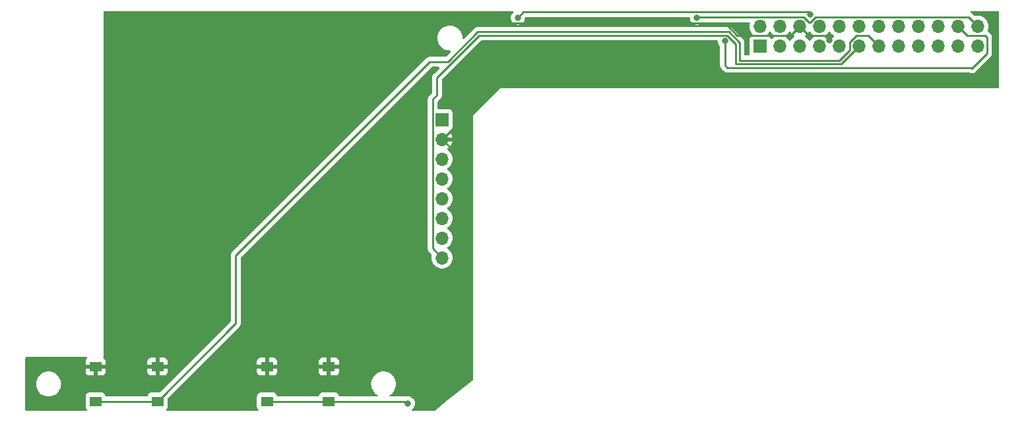
<source format=gbl>
G04 #@! TF.GenerationSoftware,KiCad,Pcbnew,7.0.9-7.0.9~ubuntu20.04.1*
G04 #@! TF.CreationDate,2024-03-01T12:09:35-07:00*
G04 #@! TF.ProjectId,lcdandbuttonboard,6c636461-6e64-4627-9574-746f6e626f61,rev?*
G04 #@! TF.SameCoordinates,Original*
G04 #@! TF.FileFunction,Copper,L2,Bot*
G04 #@! TF.FilePolarity,Positive*
%FSLAX46Y46*%
G04 Gerber Fmt 4.6, Leading zero omitted, Abs format (unit mm)*
G04 Created by KiCad (PCBNEW 7.0.9-7.0.9~ubuntu20.04.1) date 2024-03-01 12:09:35*
%MOMM*%
%LPD*%
G01*
G04 APERTURE LIST*
G04 #@! TA.AperFunction,ComponentPad*
%ADD10R,1.700000X1.700000*%
G04 #@! TD*
G04 #@! TA.AperFunction,ComponentPad*
%ADD11O,1.700000X1.700000*%
G04 #@! TD*
G04 #@! TA.AperFunction,SMDPad,CuDef*
%ADD12R,1.550000X1.300000*%
G04 #@! TD*
G04 #@! TA.AperFunction,ViaPad*
%ADD13C,0.800000*%
G04 #@! TD*
G04 #@! TA.AperFunction,Conductor*
%ADD14C,0.250000*%
G04 #@! TD*
G04 APERTURE END LIST*
D10*
X141500000Y-64000000D03*
D11*
X141500000Y-66540000D03*
X141500000Y-69080000D03*
X141500000Y-71620000D03*
X141500000Y-74160000D03*
X141500000Y-76700000D03*
X141500000Y-79240000D03*
X141500000Y-81780000D03*
D10*
X182300000Y-54540000D03*
D11*
X182300000Y-52000000D03*
X184840000Y-54540000D03*
X184840000Y-52000000D03*
X187380000Y-54540000D03*
X187380000Y-52000000D03*
X189920000Y-54540000D03*
X189920000Y-52000000D03*
X192460000Y-54540000D03*
X192460000Y-52000000D03*
X195000000Y-54540000D03*
X195000000Y-52000000D03*
X197540000Y-54540000D03*
X197540000Y-52000000D03*
X200080000Y-54540000D03*
X200080000Y-52000000D03*
X202620000Y-54540000D03*
X202620000Y-52000000D03*
X205160000Y-54540000D03*
X205160000Y-52000000D03*
X207700000Y-54540000D03*
X207700000Y-52000000D03*
X210240000Y-54540000D03*
X210240000Y-52000000D03*
D12*
X97025000Y-100250000D03*
X104975000Y-100250000D03*
X97025000Y-95750000D03*
X104975000Y-95750000D03*
X119025000Y-100250000D03*
X126975000Y-100250000D03*
X119025000Y-95750000D03*
X126975000Y-95750000D03*
D13*
X131300000Y-93400000D03*
X135400000Y-51400000D03*
X100200000Y-86300000D03*
X191219012Y-53790996D03*
X94300000Y-96000000D03*
X153700000Y-55300000D03*
X171800000Y-56900000D03*
X140600000Y-85100000D03*
X145200000Y-51200000D03*
X175300000Y-56700000D03*
X160400000Y-55500000D03*
X128100000Y-90400000D03*
X99900000Y-93300000D03*
X123000000Y-51500000D03*
X139700000Y-51400000D03*
X165300000Y-56200000D03*
X110700000Y-51200000D03*
X100000000Y-76800000D03*
X101300000Y-56000000D03*
X136600000Y-93400000D03*
X100300000Y-69200000D03*
X99900000Y-89900000D03*
X103100000Y-53200000D03*
X94700000Y-99800000D03*
X118900000Y-51400000D03*
X100400000Y-82100000D03*
X106500000Y-51600000D03*
X99600000Y-73300000D03*
X134500000Y-51000000D03*
X168900000Y-56500000D03*
X137400000Y-84200000D03*
X137000000Y-86400000D03*
X99700000Y-62400000D03*
X156200000Y-56000000D03*
X129100000Y-51300000D03*
X136700000Y-89800000D03*
X148200000Y-51200000D03*
X115000000Y-51400000D03*
X174200000Y-50900000D03*
X177800000Y-53899500D03*
X151226480Y-50899500D03*
X188700000Y-50500000D03*
X137100000Y-100500000D03*
D14*
X137400000Y-84200000D02*
X139700000Y-84200000D01*
X110700000Y-51200000D02*
X106900000Y-51200000D01*
X94700000Y-96400000D02*
X94700000Y-99800000D01*
X103100000Y-53200000D02*
X103100000Y-54200000D01*
X129100000Y-51300000D02*
X128900000Y-51500000D01*
X136700000Y-93300000D02*
X136600000Y-93400000D01*
X118900000Y-51400000D02*
X115000000Y-51400000D01*
X175300000Y-56700000D02*
X175100000Y-56900000D01*
X99700000Y-62400000D02*
X99700000Y-68600000D01*
X144100000Y-69140000D02*
X144100000Y-86200000D01*
X128900000Y-51500000D02*
X123000000Y-51500000D01*
X139700000Y-84200000D02*
X140600000Y-85100000D01*
X165600000Y-56500000D02*
X165300000Y-56200000D01*
X153700000Y-55300000D02*
X152740000Y-55300000D01*
X186180000Y-53200000D02*
X187380000Y-52000000D01*
X137200000Y-86200000D02*
X137000000Y-86400000D01*
X99600000Y-76400000D02*
X100000000Y-76800000D01*
X187380000Y-52000000D02*
X188555000Y-53175000D01*
X160400000Y-55500000D02*
X156700000Y-55500000D01*
X148625000Y-51625000D02*
X177823597Y-51625000D01*
X152740000Y-55300000D02*
X141500000Y-66540000D01*
X179373597Y-53175000D02*
X186075000Y-53175000D01*
X144100000Y-86200000D02*
X137200000Y-86200000D01*
X103100000Y-54200000D02*
X101300000Y-56000000D01*
X148200000Y-51200000D02*
X148625000Y-51625000D01*
X100400000Y-82100000D02*
X100400000Y-86100000D01*
X100400000Y-86100000D02*
X100200000Y-86300000D01*
X156700000Y-55500000D02*
X156200000Y-56000000D01*
X139900000Y-51200000D02*
X139700000Y-51400000D01*
X99600000Y-73300000D02*
X99600000Y-76400000D01*
X186075000Y-53175000D02*
X186100000Y-53200000D01*
X145200000Y-51200000D02*
X139900000Y-51200000D01*
X136700000Y-89800000D02*
X136700000Y-93300000D01*
X177823597Y-51625000D02*
X179373597Y-53175000D01*
X128300000Y-90400000D02*
X128100000Y-90400000D01*
X175100000Y-56900000D02*
X171800000Y-56900000D01*
X135400000Y-51400000D02*
X134900000Y-51400000D01*
X190603016Y-53175000D02*
X191219012Y-53790996D01*
X186100000Y-53200000D02*
X186180000Y-53200000D01*
X168900000Y-56500000D02*
X165600000Y-56500000D01*
X99900000Y-89900000D02*
X99900000Y-93300000D01*
X141500000Y-66540000D02*
X144100000Y-69140000D01*
X106900000Y-51200000D02*
X106500000Y-51600000D01*
X99700000Y-68600000D02*
X100300000Y-69200000D01*
X134900000Y-51400000D02*
X134500000Y-51000000D01*
X94300000Y-96000000D02*
X94700000Y-96400000D01*
X188555000Y-53175000D02*
X190603016Y-53175000D01*
X131300000Y-93400000D02*
X128300000Y-90400000D01*
X189433299Y-50825000D02*
X188745000Y-51513299D01*
X188745000Y-51513299D02*
X188555000Y-51513299D01*
X209065000Y-50825000D02*
X189433299Y-50825000D01*
X188555000Y-51513299D02*
X187866701Y-50825000D01*
X187866701Y-50825000D02*
X174275000Y-50825000D01*
X174275000Y-50825000D02*
X174200000Y-50900000D01*
X210240000Y-52000000D02*
X209065000Y-50825000D01*
X208875000Y-53175000D02*
X207700000Y-52000000D01*
X177800000Y-57000000D02*
X178100000Y-57300000D01*
X211415000Y-53415000D02*
X211175000Y-53175000D01*
X178100000Y-57300000D02*
X209400000Y-57300000D01*
X209400000Y-57300000D02*
X209500000Y-57400000D01*
X211175000Y-53175000D02*
X208875000Y-53175000D01*
X211415000Y-55485000D02*
X211415000Y-53415000D01*
X177800000Y-53899500D02*
X177800000Y-57000000D01*
X209500000Y-57400000D02*
X211415000Y-55485000D01*
X140300000Y-80580000D02*
X141500000Y-81780000D01*
X179200000Y-56850000D02*
X179200000Y-54274195D01*
X140850000Y-58586396D02*
X140850000Y-60850000D01*
X140300000Y-61400000D02*
X140300000Y-80580000D01*
X178100805Y-53175000D02*
X146261396Y-53175000D01*
X192690000Y-56850000D02*
X179200000Y-56850000D01*
X195000000Y-54540000D02*
X192690000Y-56850000D01*
X140850000Y-60850000D02*
X140300000Y-61400000D01*
X146261396Y-53175000D02*
X140850000Y-58586396D01*
X179200000Y-54274195D02*
X178100805Y-53175000D01*
X188700000Y-50400000D02*
X188475000Y-50175000D01*
X136850000Y-100250000D02*
X126975000Y-100250000D01*
X188700000Y-50500000D02*
X188375000Y-50175000D01*
X126975000Y-100250000D02*
X119025000Y-100250000D01*
X137100000Y-100500000D02*
X136850000Y-100250000D01*
X188375000Y-50175000D02*
X151950980Y-50175000D01*
X151950980Y-50175000D02*
X151226480Y-50899500D01*
X97025000Y-100250000D02*
X104975000Y-100250000D01*
X115000000Y-90225000D02*
X115000000Y-81474695D01*
X179650000Y-54087799D02*
X179650000Y-56400000D01*
X115000000Y-81474695D02*
X139899695Y-56575000D01*
X179650000Y-56400000D02*
X192451701Y-56400000D01*
X192451701Y-56400000D02*
X193825000Y-55026701D01*
X104975000Y-100250000D02*
X115000000Y-90225000D01*
X178287201Y-52725000D02*
X179650000Y-54087799D01*
X196175000Y-53175000D02*
X197540000Y-54540000D01*
X139899695Y-56575000D02*
X142225000Y-56575000D01*
X193825000Y-54053299D02*
X194703299Y-53175000D01*
X146075000Y-52725000D02*
X178287201Y-52725000D01*
X193825000Y-55026701D02*
X193825000Y-54053299D01*
X194703299Y-53175000D02*
X196175000Y-53175000D01*
X142225000Y-56575000D02*
X146075000Y-52725000D01*
G04 #@! TA.AperFunction,Conductor*
G36*
X150576046Y-50045502D02*
G01*
X150622539Y-50099158D01*
X150632643Y-50169432D01*
X150603149Y-50234012D01*
X150601562Y-50235810D01*
X150487441Y-50362554D01*
X150487438Y-50362558D01*
X150391956Y-50527938D01*
X150391953Y-50527945D01*
X150332937Y-50709572D01*
X150312976Y-50899500D01*
X150332937Y-51089427D01*
X150333100Y-51089928D01*
X150391953Y-51271056D01*
X150391956Y-51271061D01*
X150487438Y-51436441D01*
X150487445Y-51436451D01*
X150615224Y-51578364D01*
X150615227Y-51578366D01*
X150769728Y-51690618D01*
X150944192Y-51768294D01*
X151130993Y-51808000D01*
X151321967Y-51808000D01*
X151508768Y-51768294D01*
X151683232Y-51690618D01*
X151837733Y-51578366D01*
X151856623Y-51557387D01*
X151965514Y-51436451D01*
X151965515Y-51436449D01*
X151965520Y-51436444D01*
X152061007Y-51271056D01*
X152120022Y-51089428D01*
X152137387Y-50924205D01*
X152164399Y-50858552D01*
X152173618Y-50848266D01*
X152176511Y-50845374D01*
X152238836Y-50811370D01*
X152265576Y-50808500D01*
X173163428Y-50808500D01*
X173231549Y-50828502D01*
X173278042Y-50882158D01*
X173288737Y-50921329D01*
X173291329Y-50945987D01*
X173306457Y-51089927D01*
X173330113Y-51162729D01*
X173365473Y-51271556D01*
X173365476Y-51271561D01*
X173460958Y-51436941D01*
X173460965Y-51436951D01*
X173588744Y-51578864D01*
X173588747Y-51578866D01*
X173743248Y-51691118D01*
X173917712Y-51768794D01*
X174104513Y-51808500D01*
X174295487Y-51808500D01*
X174482288Y-51768794D01*
X174656752Y-51691118D01*
X174811253Y-51578866D01*
X174830594Y-51557386D01*
X174882094Y-51500190D01*
X174942540Y-51462950D01*
X174975730Y-51458500D01*
X180873860Y-51458500D01*
X180941981Y-51478502D01*
X180988474Y-51532158D01*
X180998578Y-51602432D01*
X180996004Y-51615431D01*
X180955437Y-51775624D01*
X180955436Y-51775630D01*
X180955436Y-51775632D01*
X180936844Y-52000000D01*
X180954232Y-52209844D01*
X180955437Y-52224375D01*
X181010702Y-52442612D01*
X181010703Y-52442613D01*
X181010704Y-52442616D01*
X181099580Y-52645235D01*
X181101141Y-52648793D01*
X181224275Y-52837265D01*
X181224280Y-52837270D01*
X181367475Y-52992820D01*
X181398896Y-53056485D01*
X181390909Y-53127031D01*
X181346051Y-53182060D01*
X181318807Y-53196213D01*
X181203797Y-53239110D01*
X181203792Y-53239112D01*
X181086738Y-53326738D01*
X180999112Y-53443792D01*
X180999110Y-53443797D01*
X180948011Y-53580795D01*
X180948009Y-53580803D01*
X180941500Y-53641350D01*
X180941500Y-55438649D01*
X180948009Y-55499196D01*
X180948010Y-55499197D01*
X180948010Y-55499199D01*
X180948011Y-55499201D01*
X180972565Y-55565031D01*
X180984290Y-55596467D01*
X180989355Y-55667283D01*
X180955330Y-55729595D01*
X180893017Y-55763620D01*
X180866234Y-55766500D01*
X180409500Y-55766500D01*
X180341379Y-55746498D01*
X180294886Y-55692842D01*
X180283500Y-55640500D01*
X180283500Y-54171652D01*
X180285249Y-54155810D01*
X180284956Y-54155783D01*
X180285702Y-54147890D01*
X180283500Y-54077827D01*
X180283500Y-54047949D01*
X180283500Y-54047943D01*
X180282620Y-54040981D01*
X180282156Y-54035092D01*
X180280674Y-53987910D01*
X180275017Y-53968441D01*
X180271012Y-53949097D01*
X180268474Y-53929002D01*
X180251100Y-53885121D01*
X180249181Y-53879515D01*
X180239271Y-53845405D01*
X180236018Y-53834206D01*
X180225706Y-53816769D01*
X180217010Y-53799020D01*
X180209552Y-53780182D01*
X180181812Y-53742002D01*
X180178564Y-53737057D01*
X180154542Y-53696437D01*
X180140214Y-53682109D01*
X180127384Y-53667088D01*
X180115472Y-53650692D01*
X180115469Y-53650690D01*
X180115469Y-53650689D01*
X180079107Y-53620607D01*
X180074726Y-53616621D01*
X178794445Y-52336339D01*
X178784480Y-52323901D01*
X178784253Y-52324090D01*
X178779202Y-52317984D01*
X178779201Y-52317982D01*
X178728121Y-52270015D01*
X178717632Y-52259526D01*
X178706978Y-52248871D01*
X178706973Y-52248866D01*
X178701426Y-52244563D01*
X178696918Y-52240712D01*
X178662526Y-52208417D01*
X178662520Y-52208413D01*
X178644764Y-52198651D01*
X178628248Y-52187802D01*
X178612242Y-52175386D01*
X178581490Y-52162078D01*
X178568941Y-52156648D01*
X178563609Y-52154036D01*
X178522262Y-52131305D01*
X178502637Y-52126266D01*
X178483937Y-52119864D01*
X178465346Y-52111819D01*
X178465344Y-52111818D01*
X178465343Y-52111818D01*
X178418743Y-52104437D01*
X178412930Y-52103233D01*
X178367231Y-52091500D01*
X178346977Y-52091500D01*
X178327267Y-52089949D01*
X178307258Y-52086780D01*
X178307257Y-52086780D01*
X178260284Y-52091220D01*
X178254351Y-52091500D01*
X146158853Y-52091500D01*
X146143011Y-52089750D01*
X146142984Y-52090044D01*
X146135092Y-52089298D01*
X146135091Y-52089298D01*
X146065042Y-52091500D01*
X146035144Y-52091500D01*
X146035140Y-52091500D01*
X146035130Y-52091501D01*
X146028179Y-52092379D01*
X146022267Y-52092844D01*
X145975112Y-52094326D01*
X145975110Y-52094327D01*
X145955655Y-52099978D01*
X145936302Y-52103986D01*
X145916210Y-52106524D01*
X145916202Y-52106526D01*
X145872336Y-52123893D01*
X145866721Y-52125816D01*
X145821407Y-52138982D01*
X145821402Y-52138984D01*
X145803963Y-52149297D01*
X145786218Y-52157990D01*
X145767380Y-52165449D01*
X145753704Y-52175386D01*
X145729212Y-52193180D01*
X145724261Y-52196433D01*
X145683640Y-52220455D01*
X145669307Y-52234787D01*
X145654281Y-52247620D01*
X145637895Y-52259526D01*
X145637894Y-52259526D01*
X145607818Y-52295880D01*
X145603823Y-52300271D01*
X144320500Y-53583593D01*
X144258188Y-53617619D01*
X144187373Y-53612554D01*
X144130537Y-53570007D01*
X144105793Y-53504384D01*
X144105448Y-53500006D01*
X144105449Y-53500000D01*
X144085683Y-53248852D01*
X144026873Y-53003889D01*
X143930466Y-52771141D01*
X143798836Y-52556341D01*
X143786161Y-52541500D01*
X143635224Y-52364775D01*
X143443662Y-52201166D01*
X143443660Y-52201165D01*
X143443659Y-52201164D01*
X143228859Y-52069534D01*
X143212875Y-52062913D01*
X142996109Y-51973126D01*
X142828536Y-51932896D01*
X142751148Y-51914317D01*
X142704081Y-51910612D01*
X142562885Y-51899500D01*
X142562882Y-51899500D01*
X142437118Y-51899500D01*
X142437115Y-51899500D01*
X142248852Y-51914317D01*
X142003890Y-51973126D01*
X141771142Y-52069533D01*
X141556339Y-52201165D01*
X141556337Y-52201166D01*
X141364775Y-52364775D01*
X141201166Y-52556337D01*
X141201165Y-52556339D01*
X141069533Y-52771142D01*
X140973126Y-53003890D01*
X140923748Y-53209570D01*
X140914317Y-53248852D01*
X140894551Y-53500000D01*
X140914317Y-53751148D01*
X140921288Y-53780183D01*
X140973126Y-53996109D01*
X141011780Y-54089427D01*
X141069534Y-54228859D01*
X141196743Y-54436445D01*
X141201165Y-54443660D01*
X141201166Y-54443662D01*
X141364775Y-54635224D01*
X141556337Y-54798833D01*
X141556341Y-54798836D01*
X141771141Y-54930466D01*
X142003889Y-55026873D01*
X142248852Y-55085683D01*
X142401155Y-55097669D01*
X142437115Y-55100500D01*
X142499403Y-55100500D01*
X142567524Y-55120502D01*
X142614017Y-55174158D01*
X142624121Y-55244432D01*
X142594627Y-55309012D01*
X142588499Y-55315595D01*
X141999500Y-55904595D01*
X141937187Y-55938620D01*
X141910404Y-55941500D01*
X139983544Y-55941500D01*
X139967705Y-55939751D01*
X139967678Y-55940045D01*
X139959786Y-55939299D01*
X139889755Y-55941500D01*
X139859839Y-55941500D01*
X139852867Y-55942379D01*
X139846960Y-55942844D01*
X139799805Y-55944326D01*
X139799800Y-55944327D01*
X139780355Y-55949977D01*
X139760997Y-55953986D01*
X139740902Y-55956524D01*
X139740900Y-55956525D01*
X139697019Y-55973897D01*
X139691404Y-55975819D01*
X139646105Y-55988980D01*
X139646099Y-55988982D01*
X139628661Y-55999295D01*
X139610915Y-56007989D01*
X139592076Y-56015448D01*
X139592075Y-56015449D01*
X139553908Y-56043178D01*
X139548947Y-56046437D01*
X139508332Y-56070458D01*
X139494002Y-56084787D01*
X139478976Y-56097620D01*
X139462590Y-56109526D01*
X139462589Y-56109526D01*
X139432513Y-56145880D01*
X139428518Y-56150271D01*
X114611336Y-80967452D01*
X114598901Y-80977416D01*
X114599089Y-80977643D01*
X114592980Y-80982696D01*
X114545016Y-81033773D01*
X114523866Y-81054922D01*
X114519560Y-81060472D01*
X114515714Y-81064974D01*
X114483417Y-81099369D01*
X114483411Y-81099378D01*
X114473651Y-81117130D01*
X114462803Y-81133645D01*
X114450386Y-81149653D01*
X114431645Y-81192959D01*
X114429034Y-81198289D01*
X114406305Y-81239634D01*
X114406303Y-81239639D01*
X114401267Y-81259254D01*
X114394864Y-81277957D01*
X114386819Y-81296547D01*
X114379437Y-81343151D01*
X114378233Y-81348963D01*
X114366500Y-81394663D01*
X114366500Y-81414918D01*
X114364949Y-81434628D01*
X114361780Y-81454637D01*
X114361780Y-81454638D01*
X114366220Y-81501612D01*
X114366500Y-81507545D01*
X114366500Y-89910405D01*
X114346498Y-89978526D01*
X114329595Y-89999500D01*
X105274500Y-99054595D01*
X105212188Y-99088621D01*
X105185405Y-99091500D01*
X104151350Y-99091500D01*
X104090803Y-99098009D01*
X104090795Y-99098011D01*
X103953797Y-99149110D01*
X103953792Y-99149112D01*
X103836738Y-99236738D01*
X103749112Y-99353792D01*
X103749110Y-99353797D01*
X103698011Y-99490795D01*
X103698009Y-99490804D01*
X103696595Y-99503966D01*
X103669428Y-99569559D01*
X103611110Y-99610051D01*
X103571317Y-99616500D01*
X98428683Y-99616500D01*
X98360562Y-99596498D01*
X98314069Y-99542842D01*
X98303405Y-99503966D01*
X98301990Y-99490804D01*
X98301988Y-99490795D01*
X98271102Y-99407988D01*
X98250889Y-99353796D01*
X98250888Y-99353794D01*
X98250887Y-99353792D01*
X98163261Y-99236738D01*
X98046207Y-99149112D01*
X98046202Y-99149110D01*
X97909204Y-99098011D01*
X97909196Y-99098009D01*
X97848649Y-99091500D01*
X97848638Y-99091500D01*
X96201362Y-99091500D01*
X96201350Y-99091500D01*
X96140803Y-99098009D01*
X96140795Y-99098011D01*
X96003797Y-99149110D01*
X96003792Y-99149112D01*
X95886738Y-99236738D01*
X95799112Y-99353792D01*
X95799110Y-99353797D01*
X95748011Y-99490795D01*
X95748009Y-99490803D01*
X95741500Y-99551350D01*
X95741500Y-100948649D01*
X95748009Y-101009196D01*
X95748011Y-101009204D01*
X95799110Y-101146202D01*
X95799112Y-101146207D01*
X95892139Y-101270475D01*
X95889858Y-101272181D01*
X95916908Y-101321717D01*
X95911843Y-101392532D01*
X95869296Y-101449368D01*
X95802776Y-101474179D01*
X95793787Y-101474500D01*
X88151500Y-101474500D01*
X88083379Y-101454498D01*
X88036886Y-101400842D01*
X88025500Y-101348500D01*
X88025500Y-98000000D01*
X89394551Y-98000000D01*
X89414317Y-98251147D01*
X89473126Y-98496109D01*
X89569533Y-98728857D01*
X89701165Y-98943660D01*
X89701166Y-98943662D01*
X89864775Y-99135224D01*
X90056337Y-99298833D01*
X90056341Y-99298836D01*
X90271141Y-99430466D01*
X90503889Y-99526873D01*
X90748852Y-99585683D01*
X90901155Y-99597669D01*
X90937115Y-99600500D01*
X90937118Y-99600500D01*
X91062885Y-99600500D01*
X91096692Y-99597839D01*
X91251148Y-99585683D01*
X91496111Y-99526873D01*
X91728859Y-99430466D01*
X91943659Y-99298836D01*
X92135224Y-99135224D01*
X92298836Y-98943659D01*
X92430466Y-98728859D01*
X92526873Y-98496111D01*
X92585683Y-98251148D01*
X92605449Y-98000000D01*
X92585683Y-97748852D01*
X92526873Y-97503889D01*
X92430466Y-97271141D01*
X92298836Y-97056341D01*
X92298833Y-97056337D01*
X92135224Y-96864775D01*
X91943662Y-96701166D01*
X91943660Y-96701165D01*
X91943659Y-96701164D01*
X91728859Y-96569534D01*
X91496111Y-96473127D01*
X91496109Y-96473126D01*
X91328536Y-96432896D01*
X91251148Y-96414317D01*
X91204081Y-96410612D01*
X91062885Y-96399500D01*
X91062882Y-96399500D01*
X90937118Y-96399500D01*
X90937115Y-96399500D01*
X90748852Y-96414317D01*
X90503890Y-96473126D01*
X90271142Y-96569533D01*
X90056339Y-96701165D01*
X90056337Y-96701166D01*
X89864775Y-96864775D01*
X89701166Y-97056337D01*
X89701165Y-97056339D01*
X89569533Y-97271142D01*
X89473126Y-97503890D01*
X89414317Y-97748852D01*
X89394551Y-98000000D01*
X88025500Y-98000000D01*
X88025500Y-96004000D01*
X95742000Y-96004000D01*
X95742000Y-96448597D01*
X95748505Y-96509093D01*
X95799555Y-96645964D01*
X95799555Y-96645965D01*
X95887095Y-96762904D01*
X96004034Y-96850444D01*
X96140906Y-96901494D01*
X96201402Y-96907999D01*
X96201415Y-96908000D01*
X96771000Y-96908000D01*
X96771000Y-96004000D01*
X97279000Y-96004000D01*
X97279000Y-96908000D01*
X97848585Y-96908000D01*
X97848597Y-96907999D01*
X97909093Y-96901494D01*
X98045964Y-96850444D01*
X98045965Y-96850444D01*
X98162904Y-96762904D01*
X98250444Y-96645965D01*
X98250444Y-96645964D01*
X98301494Y-96509093D01*
X98307999Y-96448597D01*
X98308000Y-96448585D01*
X98308000Y-96004000D01*
X103692000Y-96004000D01*
X103692000Y-96448597D01*
X103698505Y-96509093D01*
X103749555Y-96645964D01*
X103749555Y-96645965D01*
X103837095Y-96762904D01*
X103954034Y-96850444D01*
X104090906Y-96901494D01*
X104151402Y-96907999D01*
X104151415Y-96908000D01*
X104721000Y-96908000D01*
X104721000Y-96004000D01*
X105229000Y-96004000D01*
X105229000Y-96908000D01*
X105798585Y-96908000D01*
X105798597Y-96907999D01*
X105859093Y-96901494D01*
X105995964Y-96850444D01*
X105995965Y-96850444D01*
X106112904Y-96762904D01*
X106200444Y-96645965D01*
X106200444Y-96645964D01*
X106251494Y-96509093D01*
X106257999Y-96448597D01*
X106258000Y-96448585D01*
X106258000Y-96004000D01*
X105229000Y-96004000D01*
X104721000Y-96004000D01*
X103692000Y-96004000D01*
X98308000Y-96004000D01*
X97279000Y-96004000D01*
X96771000Y-96004000D01*
X95742000Y-96004000D01*
X88025500Y-96004000D01*
X88025500Y-94651500D01*
X88045502Y-94583379D01*
X88099158Y-94536886D01*
X88151500Y-94525500D01*
X95794501Y-94525500D01*
X95862622Y-94545502D01*
X95909115Y-94599158D01*
X95919219Y-94669432D01*
X95891836Y-94729388D01*
X95892496Y-94729882D01*
X95890226Y-94732913D01*
X95889725Y-94734012D01*
X95888088Y-94735769D01*
X95799555Y-94854034D01*
X95799555Y-94854035D01*
X95748505Y-94990906D01*
X95742000Y-95051402D01*
X95742000Y-95496000D01*
X98308000Y-95496000D01*
X103692000Y-95496000D01*
X104721000Y-95496000D01*
X104721000Y-94592000D01*
X105229000Y-94592000D01*
X105229000Y-95496000D01*
X106258000Y-95496000D01*
X106258000Y-95051414D01*
X106257999Y-95051402D01*
X106251494Y-94990906D01*
X106200444Y-94854035D01*
X106200444Y-94854034D01*
X106112904Y-94737095D01*
X105995965Y-94649555D01*
X105859093Y-94598505D01*
X105798597Y-94592000D01*
X105229000Y-94592000D01*
X104721000Y-94592000D01*
X104151402Y-94592000D01*
X104090906Y-94598505D01*
X103954035Y-94649555D01*
X103954034Y-94649555D01*
X103837095Y-94737095D01*
X103749555Y-94854034D01*
X103749555Y-94854035D01*
X103698505Y-94990906D01*
X103692000Y-95051402D01*
X103692000Y-95496000D01*
X98308000Y-95496000D01*
X98308000Y-95051414D01*
X98307999Y-95051402D01*
X98301494Y-94990906D01*
X98250444Y-94854035D01*
X98250444Y-94854034D01*
X98162905Y-94737097D01*
X98063017Y-94662321D01*
X98020471Y-94605485D01*
X98015407Y-94534669D01*
X98022118Y-94513235D01*
X98025500Y-94505072D01*
X98027601Y-94500000D01*
X98027600Y-94499997D01*
X98027601Y-94480435D01*
X98025500Y-94469867D01*
X98025500Y-50151500D01*
X98045502Y-50083379D01*
X98099158Y-50036886D01*
X98151500Y-50025500D01*
X138994928Y-50025500D01*
X150507925Y-50025500D01*
X150576046Y-50045502D01*
G37*
G04 #@! TD.AperFunction*
G04 #@! TA.AperFunction,Conductor*
G36*
X212916621Y-50045502D02*
G01*
X212963114Y-50099158D01*
X212974500Y-50151500D01*
X212974500Y-59848500D01*
X212954498Y-59916621D01*
X212900842Y-59963114D01*
X212848500Y-59974500D01*
X149030136Y-59974500D01*
X149019574Y-59972399D01*
X149000000Y-59972399D01*
X148994928Y-59974500D01*
X148980482Y-59980483D01*
X148966651Y-59994311D01*
X148960662Y-60003274D01*
X145503273Y-63460662D01*
X145494318Y-63466646D01*
X145480483Y-63480481D01*
X145473639Y-63496999D01*
X145473635Y-63497015D01*
X145472399Y-63499999D01*
X145472399Y-63519575D01*
X145474500Y-63530136D01*
X145474500Y-97427185D01*
X145454498Y-97495306D01*
X145427212Y-97525574D01*
X142173625Y-100128444D01*
X140538788Y-101436314D01*
X140525569Y-101446889D01*
X140459880Y-101473825D01*
X140446857Y-101474500D01*
X137692136Y-101474500D01*
X137624015Y-101454498D01*
X137577522Y-101400842D01*
X137567418Y-101330568D01*
X137596912Y-101265988D01*
X137618075Y-101246564D01*
X137711253Y-101178866D01*
X137839040Y-101036944D01*
X137934527Y-100871556D01*
X137993542Y-100689928D01*
X138013504Y-100500000D01*
X137993542Y-100310072D01*
X137934527Y-100128444D01*
X137839040Y-99963056D01*
X137839038Y-99963054D01*
X137839034Y-99963048D01*
X137711255Y-99821135D01*
X137556752Y-99708882D01*
X137382288Y-99631206D01*
X137195487Y-99591500D01*
X137004513Y-99591500D01*
X137004512Y-99591500D01*
X136915270Y-99610468D01*
X136877995Y-99611445D01*
X136877977Y-99612029D01*
X136870057Y-99611780D01*
X136870056Y-99611780D01*
X136870055Y-99611780D01*
X136823082Y-99616220D01*
X136817149Y-99616500D01*
X134872041Y-99616500D01*
X134803920Y-99596498D01*
X134757427Y-99542842D01*
X134747323Y-99472568D01*
X134776817Y-99407988D01*
X134806203Y-99383069D01*
X134943659Y-99298836D01*
X135135224Y-99135224D01*
X135298836Y-98943659D01*
X135430466Y-98728859D01*
X135526873Y-98496111D01*
X135585683Y-98251148D01*
X135605449Y-98000000D01*
X135585683Y-97748852D01*
X135526873Y-97503889D01*
X135430466Y-97271141D01*
X135298836Y-97056341D01*
X135298833Y-97056337D01*
X135135224Y-96864775D01*
X134943662Y-96701166D01*
X134943660Y-96701165D01*
X134943659Y-96701164D01*
X134728859Y-96569534D01*
X134496111Y-96473127D01*
X134496109Y-96473126D01*
X134328536Y-96432896D01*
X134251148Y-96414317D01*
X134204081Y-96410612D01*
X134062885Y-96399500D01*
X134062882Y-96399500D01*
X133937118Y-96399500D01*
X133937115Y-96399500D01*
X133748852Y-96414317D01*
X133503890Y-96473126D01*
X133271142Y-96569533D01*
X133056339Y-96701165D01*
X133056337Y-96701166D01*
X132864775Y-96864775D01*
X132701166Y-97056337D01*
X132701165Y-97056339D01*
X132569533Y-97271142D01*
X132473126Y-97503890D01*
X132414317Y-97748852D01*
X132394551Y-98000000D01*
X132414317Y-98251147D01*
X132473126Y-98496109D01*
X132569533Y-98728857D01*
X132701165Y-98943660D01*
X132701166Y-98943662D01*
X132864775Y-99135224D01*
X133056337Y-99298833D01*
X133056341Y-99298836D01*
X133193795Y-99383068D01*
X133241425Y-99435715D01*
X133253032Y-99505756D01*
X133224929Y-99570954D01*
X133166039Y-99610608D01*
X133127959Y-99616500D01*
X128378683Y-99616500D01*
X128310562Y-99596498D01*
X128264069Y-99542842D01*
X128253405Y-99503966D01*
X128251990Y-99490804D01*
X128251988Y-99490795D01*
X128221102Y-99407988D01*
X128200889Y-99353796D01*
X128200888Y-99353794D01*
X128200887Y-99353792D01*
X128113261Y-99236738D01*
X127996207Y-99149112D01*
X127996202Y-99149110D01*
X127859204Y-99098011D01*
X127859196Y-99098009D01*
X127798649Y-99091500D01*
X127798638Y-99091500D01*
X126151362Y-99091500D01*
X126151350Y-99091500D01*
X126090803Y-99098009D01*
X126090795Y-99098011D01*
X125953797Y-99149110D01*
X125953792Y-99149112D01*
X125836738Y-99236738D01*
X125749112Y-99353792D01*
X125749110Y-99353797D01*
X125698011Y-99490795D01*
X125698009Y-99490804D01*
X125696595Y-99503966D01*
X125669428Y-99569559D01*
X125611110Y-99610051D01*
X125571317Y-99616500D01*
X120428683Y-99616500D01*
X120360562Y-99596498D01*
X120314069Y-99542842D01*
X120303405Y-99503966D01*
X120301990Y-99490804D01*
X120301988Y-99490795D01*
X120271102Y-99407988D01*
X120250889Y-99353796D01*
X120250888Y-99353794D01*
X120250887Y-99353792D01*
X120163261Y-99236738D01*
X120046207Y-99149112D01*
X120046202Y-99149110D01*
X119909204Y-99098011D01*
X119909196Y-99098009D01*
X119848649Y-99091500D01*
X119848638Y-99091500D01*
X118201362Y-99091500D01*
X118201350Y-99091500D01*
X118140803Y-99098009D01*
X118140795Y-99098011D01*
X118003797Y-99149110D01*
X118003792Y-99149112D01*
X117886738Y-99236738D01*
X117799112Y-99353792D01*
X117799110Y-99353797D01*
X117748011Y-99490795D01*
X117748009Y-99490803D01*
X117741500Y-99551350D01*
X117741500Y-100948649D01*
X117748009Y-101009196D01*
X117748011Y-101009204D01*
X117799110Y-101146202D01*
X117799112Y-101146207D01*
X117892139Y-101270475D01*
X117889858Y-101272181D01*
X117916908Y-101321717D01*
X117911843Y-101392532D01*
X117869296Y-101449368D01*
X117802776Y-101474179D01*
X117793787Y-101474500D01*
X106206213Y-101474500D01*
X106138092Y-101454498D01*
X106091599Y-101400842D01*
X106081495Y-101330568D01*
X106108664Y-101271076D01*
X106107861Y-101270475D01*
X106110627Y-101266779D01*
X106110989Y-101265988D01*
X106112167Y-101264722D01*
X106200887Y-101146207D01*
X106200887Y-101146206D01*
X106200889Y-101146204D01*
X106251989Y-101009201D01*
X106258500Y-100948638D01*
X106258500Y-99914594D01*
X106278502Y-99846473D01*
X106295405Y-99825499D01*
X110116904Y-96004000D01*
X117742000Y-96004000D01*
X117742000Y-96448597D01*
X117748505Y-96509093D01*
X117799555Y-96645964D01*
X117799555Y-96645965D01*
X117887095Y-96762904D01*
X118004034Y-96850444D01*
X118140906Y-96901494D01*
X118201402Y-96907999D01*
X118201415Y-96908000D01*
X118771000Y-96908000D01*
X118771000Y-96004000D01*
X119279000Y-96004000D01*
X119279000Y-96908000D01*
X119848585Y-96908000D01*
X119848597Y-96907999D01*
X119909093Y-96901494D01*
X120045964Y-96850444D01*
X120045965Y-96850444D01*
X120162904Y-96762904D01*
X120250444Y-96645965D01*
X120250444Y-96645964D01*
X120301494Y-96509093D01*
X120307999Y-96448597D01*
X120308000Y-96448585D01*
X120308000Y-96004000D01*
X125692000Y-96004000D01*
X125692000Y-96448597D01*
X125698505Y-96509093D01*
X125749555Y-96645964D01*
X125749555Y-96645965D01*
X125837095Y-96762904D01*
X125954034Y-96850444D01*
X126090906Y-96901494D01*
X126151402Y-96907999D01*
X126151415Y-96908000D01*
X126721000Y-96908000D01*
X126721000Y-96004000D01*
X127229000Y-96004000D01*
X127229000Y-96908000D01*
X127798585Y-96908000D01*
X127798597Y-96907999D01*
X127859093Y-96901494D01*
X127995964Y-96850444D01*
X127995965Y-96850444D01*
X128112904Y-96762904D01*
X128200444Y-96645965D01*
X128200444Y-96645964D01*
X128251494Y-96509093D01*
X128257999Y-96448597D01*
X128258000Y-96448585D01*
X128258000Y-96004000D01*
X127229000Y-96004000D01*
X126721000Y-96004000D01*
X125692000Y-96004000D01*
X120308000Y-96004000D01*
X119279000Y-96004000D01*
X118771000Y-96004000D01*
X117742000Y-96004000D01*
X110116904Y-96004000D01*
X110624904Y-95496000D01*
X117742000Y-95496000D01*
X118771000Y-95496000D01*
X118771000Y-94592000D01*
X119279000Y-94592000D01*
X119279000Y-95496000D01*
X120308000Y-95496000D01*
X125692000Y-95496000D01*
X126721000Y-95496000D01*
X126721000Y-94592000D01*
X127229000Y-94592000D01*
X127229000Y-95496000D01*
X128258000Y-95496000D01*
X128258000Y-95051414D01*
X128257999Y-95051402D01*
X128251494Y-94990906D01*
X128200444Y-94854035D01*
X128200444Y-94854034D01*
X128112904Y-94737095D01*
X127995965Y-94649555D01*
X127859093Y-94598505D01*
X127798597Y-94592000D01*
X127229000Y-94592000D01*
X126721000Y-94592000D01*
X126151402Y-94592000D01*
X126090906Y-94598505D01*
X125954035Y-94649555D01*
X125954034Y-94649555D01*
X125837095Y-94737095D01*
X125749555Y-94854034D01*
X125749555Y-94854035D01*
X125698505Y-94990906D01*
X125692000Y-95051402D01*
X125692000Y-95496000D01*
X120308000Y-95496000D01*
X120308000Y-95051414D01*
X120307999Y-95051402D01*
X120301494Y-94990906D01*
X120250444Y-94854035D01*
X120250444Y-94854034D01*
X120162904Y-94737095D01*
X120045965Y-94649555D01*
X119909093Y-94598505D01*
X119848597Y-94592000D01*
X119279000Y-94592000D01*
X118771000Y-94592000D01*
X118201402Y-94592000D01*
X118140906Y-94598505D01*
X118004035Y-94649555D01*
X118004034Y-94649555D01*
X117887095Y-94737095D01*
X117799555Y-94854034D01*
X117799555Y-94854035D01*
X117748505Y-94990906D01*
X117742000Y-95051402D01*
X117742000Y-95496000D01*
X110624904Y-95496000D01*
X115388660Y-90732243D01*
X115401098Y-90722280D01*
X115400910Y-90722053D01*
X115407013Y-90717002D01*
X115407018Y-90717000D01*
X115454983Y-90665921D01*
X115476135Y-90644770D01*
X115480445Y-90639212D01*
X115484274Y-90634729D01*
X115516586Y-90600321D01*
X115526346Y-90582565D01*
X115537195Y-90566050D01*
X115549614Y-90550041D01*
X115568363Y-90506710D01*
X115570953Y-90501423D01*
X115593695Y-90460060D01*
X115598733Y-90440434D01*
X115605137Y-90421732D01*
X115613180Y-90403147D01*
X115613179Y-90403147D01*
X115613181Y-90403145D01*
X115620561Y-90356547D01*
X115621762Y-90350740D01*
X115633500Y-90305030D01*
X115633500Y-90284775D01*
X115635051Y-90265063D01*
X115638220Y-90245057D01*
X115635629Y-90217651D01*
X115633780Y-90198080D01*
X115633500Y-90192148D01*
X115633500Y-81789289D01*
X115653502Y-81721168D01*
X115670405Y-81700194D01*
X140125194Y-57245405D01*
X140187506Y-57211379D01*
X140214289Y-57208500D01*
X141027800Y-57208500D01*
X141095921Y-57228502D01*
X141142414Y-57282158D01*
X141152518Y-57352432D01*
X141123024Y-57417012D01*
X141116895Y-57423596D01*
X140461333Y-58079156D01*
X140448901Y-58089117D01*
X140449089Y-58089344D01*
X140442980Y-58094397D01*
X140395016Y-58145474D01*
X140373866Y-58166623D01*
X140369560Y-58172173D01*
X140365714Y-58176675D01*
X140333417Y-58211070D01*
X140333411Y-58211079D01*
X140323651Y-58228831D01*
X140312803Y-58245346D01*
X140300386Y-58261354D01*
X140281645Y-58304660D01*
X140279034Y-58309990D01*
X140256305Y-58351335D01*
X140256303Y-58351340D01*
X140251267Y-58370955D01*
X140244864Y-58389658D01*
X140236819Y-58408248D01*
X140229437Y-58454852D01*
X140228233Y-58460664D01*
X140216500Y-58506364D01*
X140216500Y-58526619D01*
X140214949Y-58546329D01*
X140211780Y-58566338D01*
X140211780Y-58566339D01*
X140216220Y-58613313D01*
X140216500Y-58619246D01*
X140216500Y-60535403D01*
X140196498Y-60603524D01*
X140179595Y-60624499D01*
X139911333Y-60892760D01*
X139898901Y-60902721D01*
X139899089Y-60902948D01*
X139892980Y-60908001D01*
X139845016Y-60959078D01*
X139823866Y-60980227D01*
X139819560Y-60985777D01*
X139815714Y-60990279D01*
X139783417Y-61024674D01*
X139783411Y-61024683D01*
X139773651Y-61042435D01*
X139762803Y-61058950D01*
X139750386Y-61074958D01*
X139731645Y-61118264D01*
X139729034Y-61123594D01*
X139706305Y-61164939D01*
X139706303Y-61164944D01*
X139701267Y-61184559D01*
X139694864Y-61203262D01*
X139686819Y-61221852D01*
X139679437Y-61268456D01*
X139678233Y-61274268D01*
X139666500Y-61319968D01*
X139666500Y-61340223D01*
X139664949Y-61359933D01*
X139661780Y-61379942D01*
X139661780Y-61379943D01*
X139666220Y-61426917D01*
X139666500Y-61432850D01*
X139666500Y-80496146D01*
X139664751Y-80511988D01*
X139665044Y-80512016D01*
X139664298Y-80519907D01*
X139666500Y-80589957D01*
X139666500Y-80619851D01*
X139666501Y-80619872D01*
X139667378Y-80626820D01*
X139667844Y-80632732D01*
X139669326Y-80679888D01*
X139669327Y-80679893D01*
X139674977Y-80699339D01*
X139678986Y-80718697D01*
X139681525Y-80738793D01*
X139681526Y-80738799D01*
X139698893Y-80782662D01*
X139700816Y-80788279D01*
X139713982Y-80833593D01*
X139724294Y-80851031D01*
X139732988Y-80868779D01*
X139740444Y-80887609D01*
X139740450Y-80887620D01*
X139768177Y-80925783D01*
X139771437Y-80930746D01*
X139795460Y-80971365D01*
X139809779Y-80985684D01*
X139822617Y-81000714D01*
X139832156Y-81013843D01*
X139834528Y-81017107D01*
X139854674Y-81033773D01*
X139870886Y-81047185D01*
X139875267Y-81051171D01*
X140017055Y-81192959D01*
X140150132Y-81326036D01*
X140184158Y-81388348D01*
X140183182Y-81446061D01*
X140155436Y-81555628D01*
X140136844Y-81780000D01*
X140155437Y-82004375D01*
X140210702Y-82222612D01*
X140210703Y-82222613D01*
X140301141Y-82428793D01*
X140424275Y-82617265D01*
X140424279Y-82617270D01*
X140576762Y-82782908D01*
X140631331Y-82825381D01*
X140754424Y-82921189D01*
X140952426Y-83028342D01*
X140952427Y-83028342D01*
X140952428Y-83028343D01*
X141064227Y-83066723D01*
X141165365Y-83101444D01*
X141387431Y-83138500D01*
X141387435Y-83138500D01*
X141612565Y-83138500D01*
X141612569Y-83138500D01*
X141834635Y-83101444D01*
X142047574Y-83028342D01*
X142245576Y-82921189D01*
X142423240Y-82782906D01*
X142575722Y-82617268D01*
X142698860Y-82428791D01*
X142789296Y-82222616D01*
X142844564Y-82004368D01*
X142863156Y-81780000D01*
X142844564Y-81555632D01*
X142802202Y-81388348D01*
X142789297Y-81337387D01*
X142789296Y-81337386D01*
X142789296Y-81337384D01*
X142698860Y-81131209D01*
X142655587Y-81064974D01*
X142575724Y-80942734D01*
X142575720Y-80942729D01*
X142459570Y-80816559D01*
X142423240Y-80777094D01*
X142423239Y-80777093D01*
X142423237Y-80777091D01*
X142323341Y-80699339D01*
X142245576Y-80638811D01*
X142212319Y-80620813D01*
X142161929Y-80570802D01*
X142146576Y-80501485D01*
X142171136Y-80434872D01*
X142212320Y-80399186D01*
X142245576Y-80381189D01*
X142423240Y-80242906D01*
X142575722Y-80077268D01*
X142698860Y-79888791D01*
X142789296Y-79682616D01*
X142844564Y-79464368D01*
X142863156Y-79240000D01*
X142844564Y-79015632D01*
X142789296Y-78797384D01*
X142698860Y-78591209D01*
X142692140Y-78580924D01*
X142575724Y-78402734D01*
X142575720Y-78402729D01*
X142423237Y-78237091D01*
X142341382Y-78173381D01*
X142245576Y-78098811D01*
X142212319Y-78080813D01*
X142161929Y-78030802D01*
X142146576Y-77961485D01*
X142171136Y-77894872D01*
X142212320Y-77859186D01*
X142245576Y-77841189D01*
X142423240Y-77702906D01*
X142575722Y-77537268D01*
X142698860Y-77348791D01*
X142789296Y-77142616D01*
X142844564Y-76924368D01*
X142863156Y-76700000D01*
X142844564Y-76475632D01*
X142789296Y-76257384D01*
X142698860Y-76051209D01*
X142692140Y-76040924D01*
X142575724Y-75862734D01*
X142575720Y-75862729D01*
X142423237Y-75697091D01*
X142341382Y-75633381D01*
X142245576Y-75558811D01*
X142212319Y-75540813D01*
X142161929Y-75490802D01*
X142146576Y-75421485D01*
X142171136Y-75354872D01*
X142212320Y-75319186D01*
X142245576Y-75301189D01*
X142423240Y-75162906D01*
X142575722Y-74997268D01*
X142698860Y-74808791D01*
X142789296Y-74602616D01*
X142844564Y-74384368D01*
X142863156Y-74160000D01*
X142844564Y-73935632D01*
X142789296Y-73717384D01*
X142698860Y-73511209D01*
X142692140Y-73500924D01*
X142575724Y-73322734D01*
X142575720Y-73322729D01*
X142423237Y-73157091D01*
X142341382Y-73093381D01*
X142245576Y-73018811D01*
X142212319Y-73000813D01*
X142161929Y-72950802D01*
X142146576Y-72881485D01*
X142171136Y-72814872D01*
X142212320Y-72779186D01*
X142245576Y-72761189D01*
X142423240Y-72622906D01*
X142575722Y-72457268D01*
X142698860Y-72268791D01*
X142789296Y-72062616D01*
X142844564Y-71844368D01*
X142863156Y-71620000D01*
X142844564Y-71395632D01*
X142789296Y-71177384D01*
X142698860Y-70971209D01*
X142692140Y-70960924D01*
X142575724Y-70782734D01*
X142575720Y-70782729D01*
X142423237Y-70617091D01*
X142341382Y-70553381D01*
X142245576Y-70478811D01*
X142212319Y-70460813D01*
X142161929Y-70410802D01*
X142146576Y-70341485D01*
X142171136Y-70274872D01*
X142212320Y-70239186D01*
X142245576Y-70221189D01*
X142423240Y-70082906D01*
X142575722Y-69917268D01*
X142698860Y-69728791D01*
X142789296Y-69522616D01*
X142844564Y-69304368D01*
X142863156Y-69080000D01*
X142844564Y-68855632D01*
X142789296Y-68637384D01*
X142698860Y-68431209D01*
X142692140Y-68420924D01*
X142575724Y-68242734D01*
X142575720Y-68242729D01*
X142423237Y-68077091D01*
X142341382Y-68013381D01*
X142245576Y-67938811D01*
X142211792Y-67920528D01*
X142161402Y-67870516D01*
X142146050Y-67801199D01*
X142170610Y-67734586D01*
X142211793Y-67698901D01*
X142245300Y-67680767D01*
X142245301Y-67680767D01*
X142422902Y-67542534D01*
X142575325Y-67376958D01*
X142698419Y-67188548D01*
X142788820Y-66982456D01*
X142788823Y-66982449D01*
X142836544Y-66794000D01*
X141931116Y-66794000D01*
X141959493Y-66749844D01*
X142000000Y-66611889D01*
X142000000Y-66468111D01*
X141959493Y-66330156D01*
X141931116Y-66286000D01*
X142836544Y-66286000D01*
X142836544Y-66285999D01*
X142788823Y-66097550D01*
X142788820Y-66097543D01*
X142698419Y-65891451D01*
X142575325Y-65703041D01*
X142432018Y-65547367D01*
X142400598Y-65483702D01*
X142408585Y-65413156D01*
X142453444Y-65358127D01*
X142480679Y-65343977D01*
X142596204Y-65300889D01*
X142713261Y-65213261D01*
X142800889Y-65096204D01*
X142851989Y-64959201D01*
X142858500Y-64898638D01*
X142858500Y-63101362D01*
X142858499Y-63101350D01*
X142851990Y-63040803D01*
X142851988Y-63040795D01*
X142800889Y-62903797D01*
X142800887Y-62903792D01*
X142713261Y-62786738D01*
X142596207Y-62699112D01*
X142596202Y-62699110D01*
X142459204Y-62648011D01*
X142459196Y-62648009D01*
X142398649Y-62641500D01*
X142398638Y-62641500D01*
X141059500Y-62641500D01*
X140991379Y-62621498D01*
X140944886Y-62567842D01*
X140933500Y-62515500D01*
X140933500Y-61714594D01*
X140953502Y-61646473D01*
X140970400Y-61625503D01*
X141238659Y-61357243D01*
X141251093Y-61347284D01*
X141250905Y-61347057D01*
X141257009Y-61342005D01*
X141257018Y-61342000D01*
X141304999Y-61290904D01*
X141326134Y-61269770D01*
X141330429Y-61264232D01*
X141334271Y-61259731D01*
X141366586Y-61225321D01*
X141376345Y-61207567D01*
X141387197Y-61191046D01*
X141399613Y-61175041D01*
X141418347Y-61131748D01*
X141420961Y-61126412D01*
X141443694Y-61085061D01*
X141443695Y-61085060D01*
X141448733Y-61065435D01*
X141455138Y-61046730D01*
X141456997Y-61042435D01*
X141463181Y-61028145D01*
X141470563Y-60981525D01*
X141471761Y-60975744D01*
X141483500Y-60930030D01*
X141483500Y-60909769D01*
X141485051Y-60890058D01*
X141488219Y-60870056D01*
X141483780Y-60823089D01*
X141483500Y-60817157D01*
X141483500Y-58900990D01*
X141503502Y-58832869D01*
X141520405Y-58811895D01*
X146486895Y-53845405D01*
X146549207Y-53811379D01*
X146575990Y-53808500D01*
X176763481Y-53808500D01*
X176831602Y-53828502D01*
X176878095Y-53882158D01*
X176888790Y-53921326D01*
X176893744Y-53968457D01*
X176906457Y-54089427D01*
X176928018Y-54155783D01*
X176965473Y-54271056D01*
X177060960Y-54436444D01*
X177134137Y-54517715D01*
X177164853Y-54581720D01*
X177166500Y-54602024D01*
X177166500Y-56916146D01*
X177164751Y-56931988D01*
X177165044Y-56932016D01*
X177164298Y-56939907D01*
X177166500Y-57009957D01*
X177166500Y-57039851D01*
X177166501Y-57039872D01*
X177167378Y-57046820D01*
X177167844Y-57052732D01*
X177169326Y-57099888D01*
X177169327Y-57099893D01*
X177174977Y-57119339D01*
X177178986Y-57138697D01*
X177181525Y-57158793D01*
X177181526Y-57158799D01*
X177198893Y-57202662D01*
X177200816Y-57208279D01*
X177213982Y-57253593D01*
X177224294Y-57271031D01*
X177232988Y-57288779D01*
X177240444Y-57307609D01*
X177240450Y-57307620D01*
X177268177Y-57345783D01*
X177271437Y-57350746D01*
X177288527Y-57379643D01*
X177295458Y-57391362D01*
X177309782Y-57405686D01*
X177322620Y-57420717D01*
X177334527Y-57437106D01*
X177370879Y-57467179D01*
X177375272Y-57471176D01*
X177592757Y-57688662D01*
X177602719Y-57701096D01*
X177602946Y-57700909D01*
X177608000Y-57707018D01*
X177659079Y-57754984D01*
X177680223Y-57776129D01*
X177680227Y-57776132D01*
X177680230Y-57776135D01*
X177685782Y-57780442D01*
X177690269Y-57784273D01*
X177712959Y-57805581D01*
X177724677Y-57816585D01*
X177724679Y-57816586D01*
X177742428Y-57826343D01*
X177758953Y-57837198D01*
X177774959Y-57849614D01*
X177816686Y-57867670D01*
X177818262Y-57868352D01*
X177823583Y-57870958D01*
X177864940Y-57893695D01*
X177864948Y-57893697D01*
X177884558Y-57898732D01*
X177903267Y-57905137D01*
X177921855Y-57913181D01*
X177968477Y-57920564D01*
X177974262Y-57921763D01*
X178019970Y-57933500D01*
X178040224Y-57933500D01*
X178059934Y-57935051D01*
X178060528Y-57935145D01*
X178079943Y-57938220D01*
X178113870Y-57935012D01*
X178126917Y-57933780D01*
X178132850Y-57933500D01*
X209113243Y-57933500D01*
X209166935Y-57948187D01*
X209167681Y-57946464D01*
X209182400Y-57952833D01*
X209228338Y-57972712D01*
X209231879Y-57974379D01*
X209283704Y-58000785D01*
X209291743Y-58002581D01*
X209314290Y-58009907D01*
X209321855Y-58013181D01*
X209379273Y-58022274D01*
X209383140Y-58023011D01*
X209439909Y-58035702D01*
X209448149Y-58035442D01*
X209471822Y-58036932D01*
X209479943Y-58038219D01*
X209537828Y-58032747D01*
X209541743Y-58032500D01*
X209599889Y-58030673D01*
X209607786Y-58028378D01*
X209631100Y-58023930D01*
X209639292Y-58023157D01*
X209694033Y-58003448D01*
X209697735Y-58002245D01*
X209753593Y-57986018D01*
X209760683Y-57981824D01*
X209782137Y-57971729D01*
X209789889Y-57968939D01*
X209838009Y-57936235D01*
X209841271Y-57934164D01*
X209891362Y-57904542D01*
X209897189Y-57898714D01*
X209915461Y-57883598D01*
X209922270Y-57878972D01*
X209960737Y-57835338D01*
X209963397Y-57832505D01*
X211803660Y-55992243D01*
X211816098Y-55982280D01*
X211815910Y-55982053D01*
X211822013Y-55977002D01*
X211822018Y-55977000D01*
X211869984Y-55925920D01*
X211891135Y-55904770D01*
X211895445Y-55899212D01*
X211899274Y-55894729D01*
X211931586Y-55860321D01*
X211941346Y-55842565D01*
X211952195Y-55826050D01*
X211964614Y-55810041D01*
X211983363Y-55766710D01*
X211985953Y-55761423D01*
X212008695Y-55720060D01*
X212013733Y-55700434D01*
X212020137Y-55681732D01*
X212020372Y-55681189D01*
X212028181Y-55663145D01*
X212035561Y-55616547D01*
X212036762Y-55610740D01*
X212048500Y-55565030D01*
X212048500Y-55544775D01*
X212050051Y-55525063D01*
X212053220Y-55505057D01*
X212050629Y-55477651D01*
X212048780Y-55458080D01*
X212048500Y-55452148D01*
X212048500Y-53498855D01*
X212050249Y-53483014D01*
X212049956Y-53482987D01*
X212050701Y-53475094D01*
X212050702Y-53475091D01*
X212048500Y-53405041D01*
X212048500Y-53375144D01*
X212047619Y-53368178D01*
X212047155Y-53362282D01*
X212045673Y-53315110D01*
X212040022Y-53295663D01*
X212036012Y-53276300D01*
X212033474Y-53256203D01*
X212030361Y-53248342D01*
X212026707Y-53239112D01*
X212016099Y-53212320D01*
X212014179Y-53206711D01*
X212001018Y-53161407D01*
X211990705Y-53143969D01*
X211982010Y-53126222D01*
X211974552Y-53107383D01*
X211946821Y-53069215D01*
X211943562Y-53064255D01*
X211919541Y-53023635D01*
X211905218Y-53009312D01*
X211892377Y-52994279D01*
X211880471Y-52977892D01*
X211873029Y-52971735D01*
X211844108Y-52947810D01*
X211839736Y-52943831D01*
X211682244Y-52786339D01*
X211672279Y-52773901D01*
X211672052Y-52774090D01*
X211667001Y-52767984D01*
X211667000Y-52767982D01*
X211615921Y-52720016D01*
X211594777Y-52698871D01*
X211594772Y-52698866D01*
X211589225Y-52694563D01*
X211584717Y-52690712D01*
X211550321Y-52658414D01*
X211544678Y-52654314D01*
X211501324Y-52598092D01*
X211495247Y-52527356D01*
X211503348Y-52501770D01*
X211529296Y-52442616D01*
X211584564Y-52224368D01*
X211603156Y-52000000D01*
X211584564Y-51775632D01*
X211563162Y-51691117D01*
X211529297Y-51557387D01*
X211529296Y-51557386D01*
X211529296Y-51557384D01*
X211438860Y-51351209D01*
X211432140Y-51340924D01*
X211315724Y-51162734D01*
X211315720Y-51162729D01*
X211163237Y-50997091D01*
X211069598Y-50924209D01*
X210985576Y-50858811D01*
X210787574Y-50751658D01*
X210787572Y-50751657D01*
X210787571Y-50751656D01*
X210574639Y-50678557D01*
X210574630Y-50678555D01*
X210530476Y-50671187D01*
X210352569Y-50641500D01*
X210127431Y-50641500D01*
X210016496Y-50660011D01*
X209905355Y-50678557D01*
X209902213Y-50679353D01*
X209900889Y-50679303D01*
X209900224Y-50679414D01*
X209900201Y-50679277D01*
X209831267Y-50676675D01*
X209782204Y-50646299D01*
X209572244Y-50436339D01*
X209562279Y-50423901D01*
X209562052Y-50424090D01*
X209557001Y-50417984D01*
X209557000Y-50417982D01*
X209505920Y-50370015D01*
X209498459Y-50362554D01*
X209484777Y-50348871D01*
X209484772Y-50348866D01*
X209479225Y-50344563D01*
X209474717Y-50340712D01*
X209440325Y-50308417D01*
X209440319Y-50308413D01*
X209422563Y-50298651D01*
X209406047Y-50287802D01*
X209390041Y-50275386D01*
X209370977Y-50267136D01*
X209316404Y-50221728D01*
X209295043Y-50154021D01*
X209313678Y-50085513D01*
X209366393Y-50037956D01*
X209421018Y-50025500D01*
X212848500Y-50025500D01*
X212916621Y-50045502D01*
G37*
G04 #@! TD.AperFunction*
G04 #@! TA.AperFunction,Conductor*
G36*
X186193524Y-52675212D02*
G01*
X186215782Y-52700898D01*
X186304674Y-52836958D01*
X186457097Y-53002534D01*
X186634698Y-53140767D01*
X186634704Y-53140771D01*
X186668207Y-53158902D01*
X186718597Y-53208915D01*
X186733949Y-53278232D01*
X186709388Y-53344845D01*
X186668207Y-53380528D01*
X186634430Y-53398807D01*
X186634424Y-53398811D01*
X186456762Y-53537091D01*
X186304279Y-53702729D01*
X186215483Y-53838643D01*
X186161479Y-53884731D01*
X186091131Y-53894306D01*
X186026774Y-53864329D01*
X186004517Y-53838643D01*
X185915720Y-53702729D01*
X185763237Y-53537091D01*
X185643367Y-53443792D01*
X185585576Y-53398811D01*
X185552319Y-53380813D01*
X185501929Y-53330802D01*
X185486576Y-53261485D01*
X185511136Y-53194872D01*
X185552320Y-53159186D01*
X185552847Y-53158901D01*
X185585576Y-53141189D01*
X185763240Y-53002906D01*
X185915722Y-52837268D01*
X185915927Y-52836955D01*
X185931122Y-52813695D01*
X186004816Y-52700898D01*
X186058819Y-52654810D01*
X186129167Y-52645235D01*
X186193524Y-52675212D01*
G37*
G04 #@! TD.AperFunction*
G04 #@! TA.AperFunction,Conductor*
G36*
X188732925Y-52675212D02*
G01*
X188755183Y-52700898D01*
X188844279Y-52837270D01*
X188946047Y-52947818D01*
X188991806Y-52997525D01*
X188996762Y-53002908D01*
X189023392Y-53023635D01*
X189174424Y-53141189D01*
X189207153Y-53158901D01*
X189207680Y-53159186D01*
X189258071Y-53209200D01*
X189273423Y-53278516D01*
X189248862Y-53345129D01*
X189207680Y-53380813D01*
X189174426Y-53398810D01*
X189174424Y-53398811D01*
X188996762Y-53537091D01*
X188844279Y-53702729D01*
X188755483Y-53838643D01*
X188701479Y-53884731D01*
X188631131Y-53894306D01*
X188566774Y-53864329D01*
X188544517Y-53838643D01*
X188455720Y-53702729D01*
X188303237Y-53537091D01*
X188183367Y-53443792D01*
X188125576Y-53398811D01*
X188091792Y-53380528D01*
X188041402Y-53330516D01*
X188026050Y-53261199D01*
X188050610Y-53194586D01*
X188091793Y-53158901D01*
X188125300Y-53140767D01*
X188125301Y-53140767D01*
X188302902Y-53002534D01*
X188455327Y-52836955D01*
X188544217Y-52700899D01*
X188598220Y-52654810D01*
X188668568Y-52645235D01*
X188732925Y-52675212D01*
G37*
G04 #@! TD.AperFunction*
G04 #@! TA.AperFunction,Conductor*
G36*
X191273225Y-52675669D02*
G01*
X191295480Y-52701353D01*
X191307674Y-52720016D01*
X191384275Y-52837265D01*
X191384279Y-52837270D01*
X191486047Y-52947818D01*
X191531806Y-52997525D01*
X191536762Y-53002908D01*
X191563392Y-53023635D01*
X191714424Y-53141189D01*
X191747153Y-53158901D01*
X191747680Y-53159186D01*
X191798071Y-53209200D01*
X191813423Y-53278516D01*
X191788862Y-53345129D01*
X191747680Y-53380813D01*
X191714426Y-53398810D01*
X191714424Y-53398811D01*
X191536762Y-53537091D01*
X191384279Y-53702729D01*
X191295483Y-53838643D01*
X191241479Y-53884731D01*
X191171131Y-53894306D01*
X191106774Y-53864329D01*
X191084517Y-53838643D01*
X190995720Y-53702729D01*
X190843237Y-53537091D01*
X190723367Y-53443792D01*
X190665576Y-53398811D01*
X190632319Y-53380813D01*
X190581929Y-53330802D01*
X190566576Y-53261485D01*
X190591136Y-53194872D01*
X190632320Y-53159186D01*
X190632847Y-53158901D01*
X190665576Y-53141189D01*
X190843240Y-53002906D01*
X190995722Y-52837268D01*
X190995927Y-52836955D01*
X191001115Y-52829012D01*
X191084518Y-52701354D01*
X191138520Y-52655268D01*
X191208868Y-52645692D01*
X191273225Y-52675669D01*
G37*
G04 #@! TD.AperFunction*
G04 #@! TA.AperFunction,Conductor*
G36*
X183653225Y-52675669D02*
G01*
X183675480Y-52701353D01*
X183687674Y-52720016D01*
X183764275Y-52837265D01*
X183764279Y-52837270D01*
X183866047Y-52947818D01*
X183911806Y-52997525D01*
X183916762Y-53002908D01*
X183943392Y-53023635D01*
X184094424Y-53141189D01*
X184127153Y-53158901D01*
X184127680Y-53159186D01*
X184178071Y-53209200D01*
X184193423Y-53278516D01*
X184168862Y-53345129D01*
X184127680Y-53380813D01*
X184094426Y-53398810D01*
X184094424Y-53398811D01*
X183916762Y-53537091D01*
X183855754Y-53603363D01*
X183794901Y-53639933D01*
X183723936Y-53637798D01*
X183665391Y-53597636D01*
X183644999Y-53562057D01*
X183612563Y-53475094D01*
X183600889Y-53443796D01*
X183600888Y-53443794D01*
X183600887Y-53443792D01*
X183513261Y-53326738D01*
X183396207Y-53239112D01*
X183396203Y-53239110D01*
X183281192Y-53196213D01*
X183224356Y-53153667D01*
X183199546Y-53087146D01*
X183214638Y-53017772D01*
X183232525Y-52992820D01*
X183375714Y-52837277D01*
X183375724Y-52837265D01*
X183381115Y-52829012D01*
X183464518Y-52701354D01*
X183518520Y-52655268D01*
X183588868Y-52645692D01*
X183653225Y-52675669D01*
G37*
G04 #@! TD.AperFunction*
M02*

</source>
